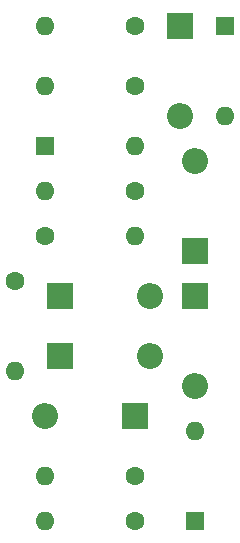
<source format=gbr>
G04 #@! TF.GenerationSoftware,KiCad,Pcbnew,(2017-12-21 revision 23d71cfa9)-makepkg*
G04 #@! TF.CreationDate,2018-06-03T16:50:17-04:00*
G04 #@! TF.ProjectId,OdysseyDaughterCardGateMatrix,4F647973736579446175676874657243,0.1*
G04 #@! TF.SameCoordinates,Original*
G04 #@! TF.FileFunction,Copper,L1,Top,Signal*
G04 #@! TF.FilePolarity,Positive*
%FSLAX46Y46*%
G04 Gerber Fmt 4.6, Leading zero omitted, Abs format (unit mm)*
G04 Created by KiCad (PCBNEW (2017-12-21 revision 23d71cfa9)-makepkg) date 06/03/18 16:50:17*
%MOMM*%
%LPD*%
G01*
G04 APERTURE LIST*
%ADD10R,2.200000X2.200000*%
%ADD11O,2.200000X2.200000*%
%ADD12R,1.600000X1.600000*%
%ADD13O,1.600000X1.600000*%
%ADD14C,1.600000*%
G04 APERTURE END LIST*
D10*
X147320000Y-113030000D03*
D11*
X139700000Y-113030000D03*
X151130000Y-87630000D03*
D10*
X151130000Y-80010000D03*
D12*
X152400000Y-121920000D03*
D13*
X152400000Y-114300000D03*
X154940000Y-87630000D03*
D12*
X154940000Y-80010000D03*
D10*
X140970000Y-107950000D03*
D11*
X148590000Y-107950000D03*
D10*
X152400000Y-99060000D03*
D11*
X152400000Y-91440000D03*
X152400000Y-110490000D03*
D10*
X152400000Y-102870000D03*
D12*
X139700000Y-90170000D03*
D13*
X147320000Y-90170000D03*
D11*
X148590000Y-102870000D03*
D10*
X140970000Y-102870000D03*
D13*
X139700000Y-121920000D03*
D14*
X147320000Y-121920000D03*
X147320000Y-85090000D03*
D13*
X139700000Y-85090000D03*
X139700000Y-118110000D03*
D14*
X147320000Y-118110000D03*
D13*
X139700000Y-80010000D03*
D14*
X147320000Y-80010000D03*
X139700000Y-97790000D03*
D13*
X147320000Y-97790000D03*
D14*
X147320000Y-93980000D03*
D13*
X139700000Y-93980000D03*
X137160000Y-109220000D03*
D14*
X137160000Y-101600000D03*
M02*

</source>
